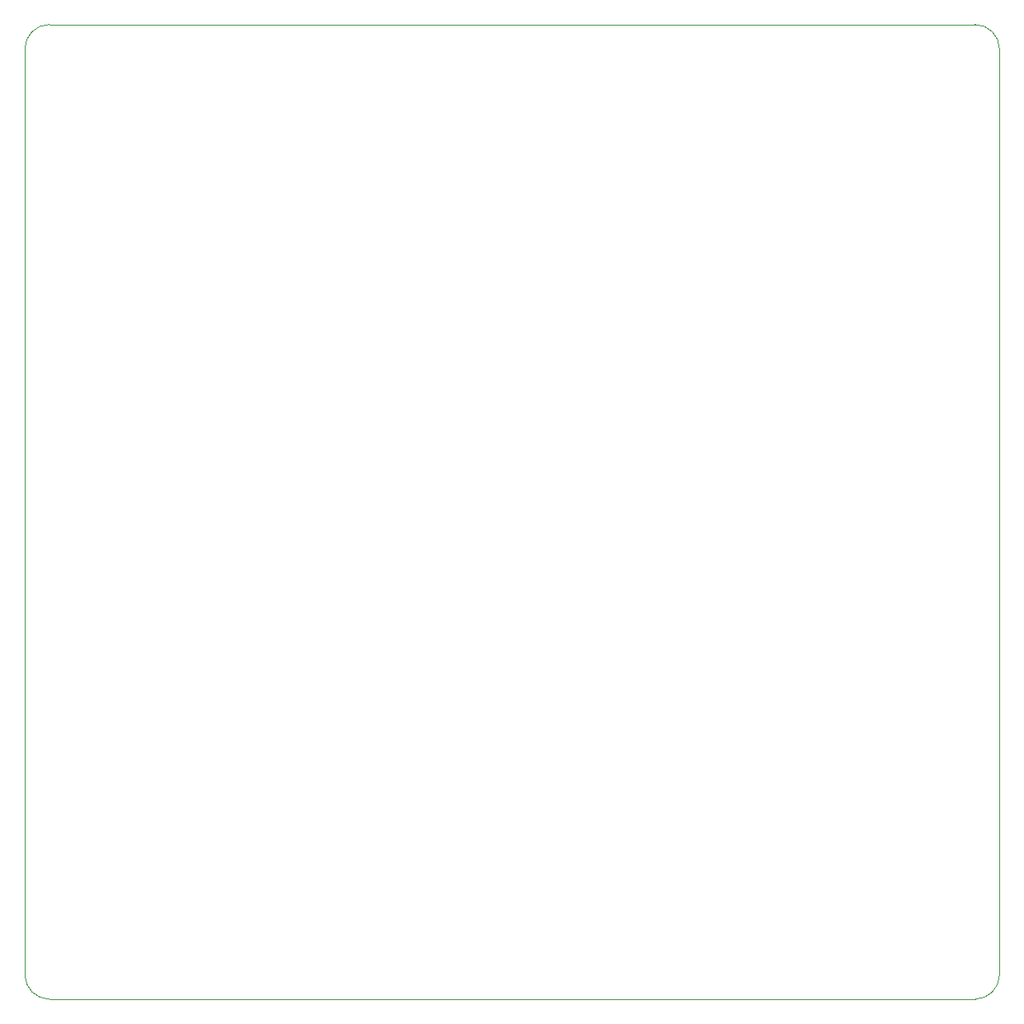
<source format=gm1>
G04 #@! TF.GenerationSoftware,KiCad,Pcbnew,9.0.0*
G04 #@! TF.CreationDate,2025-07-09T11:38:48-07:00*
G04 #@! TF.ProjectId,bipolar_current_driver_ADA4700-1,6269706f-6c61-4725-9f63-757272656e74,rev?*
G04 #@! TF.SameCoordinates,Original*
G04 #@! TF.FileFunction,Profile,NP*
%FSLAX46Y46*%
G04 Gerber Fmt 4.6, Leading zero omitted, Abs format (unit mm)*
G04 Created by KiCad (PCBNEW 9.0.0) date 2025-07-09 11:38:48*
%MOMM*%
%LPD*%
G01*
G04 APERTURE LIST*
G04 #@! TA.AperFunction,Profile*
%ADD10C,0.100000*%
G04 #@! TD*
G04 APERTURE END LIST*
D10*
X102500000Y-150000000D02*
X197500000Y-150000000D01*
X100000000Y-52500000D02*
G75*
G02*
X102500000Y-50000000I2500000J0D01*
G01*
X197500000Y-50000000D02*
G75*
G02*
X200000000Y-52500000I0J-2500000D01*
G01*
X102500000Y-150000000D02*
G75*
G02*
X100000000Y-147500000I0J2500000D01*
G01*
X197500000Y-50000000D02*
X102500000Y-50000000D01*
X200000000Y-52500000D02*
X200000000Y-147500000D01*
X100000000Y-52500000D02*
X100000000Y-147500000D01*
X200000000Y-147500000D02*
G75*
G02*
X197500000Y-150000000I-2500000J0D01*
G01*
M02*

</source>
